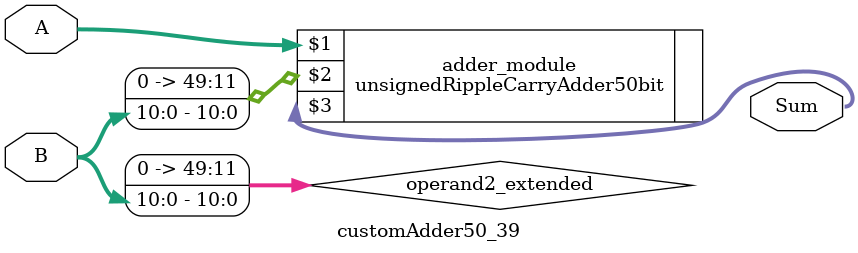
<source format=v>
module customAdder50_39(
                        input [49 : 0] A,
                        input [10 : 0] B,
                        
                        output [50 : 0] Sum
                );

        wire [49 : 0] operand2_extended;
        
        assign operand2_extended =  {39'b0, B};
        
        unsignedRippleCarryAdder50bit adder_module(
            A,
            operand2_extended,
            Sum
        );
        
        endmodule
        
</source>
